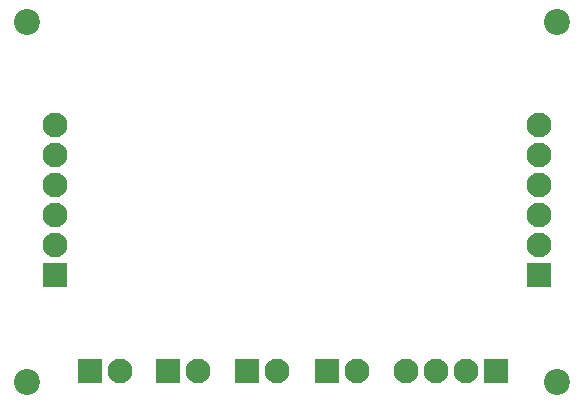
<source format=gbr>
%TF.GenerationSoftware,KiCad,Pcbnew,7.0.6*%
%TF.CreationDate,2024-03-10T00:39:51+00:00*%
%TF.ProjectId,RobotArmMK1.2,526f626f-7441-4726-9d4d-4b312e322e6b,rev?*%
%TF.SameCoordinates,Original*%
%TF.FileFunction,Soldermask,Bot*%
%TF.FilePolarity,Negative*%
%FSLAX46Y46*%
G04 Gerber Fmt 4.6, Leading zero omitted, Abs format (unit mm)*
G04 Created by KiCad (PCBNEW 7.0.6) date 2024-03-10 00:39:51*
%MOMM*%
%LPD*%
G01*
G04 APERTURE LIST*
%ADD10C,2.200000*%
%ADD11C,2.100000*%
%ADD12R,2.100000X2.100000*%
G04 APERTURE END LIST*
D10*
%TO.C,H3*%
X172500000Y-85500000D03*
%TD*%
%TO.C,H2*%
X127621320Y-85500000D03*
%TD*%
D11*
%TO.C,J6*%
X159750000Y-115000000D03*
X162290000Y-115000000D03*
X164830000Y-115000000D03*
D12*
X167370000Y-115000000D03*
%TD*%
D11*
%TO.C,J4*%
X142132500Y-115000000D03*
D12*
X139592500Y-115000000D03*
%TD*%
%TO.C,J7*%
X153000000Y-115000000D03*
D11*
X155540000Y-115000000D03*
%TD*%
D12*
%TO.C,J5*%
X146250000Y-115000000D03*
D11*
X148790000Y-115000000D03*
%TD*%
D12*
%TO.C,J1*%
X130000000Y-106910000D03*
D11*
X130000000Y-104370000D03*
X130000000Y-101830000D03*
X130000000Y-99290000D03*
X130000000Y-96750000D03*
X130000000Y-94210000D03*
%TD*%
D12*
%TO.C,J2*%
X171000000Y-106950000D03*
D11*
X171000000Y-104410000D03*
X171000000Y-101870000D03*
X171000000Y-99330000D03*
X171000000Y-96790000D03*
X171000000Y-94250000D03*
%TD*%
D12*
%TO.C,J3*%
X132960000Y-115000000D03*
D11*
X135500000Y-115000000D03*
%TD*%
D10*
%TO.C,H1*%
X127621320Y-116000000D03*
%TD*%
%TO.C,H4*%
X172500000Y-116000000D03*
%TD*%
M02*

</source>
